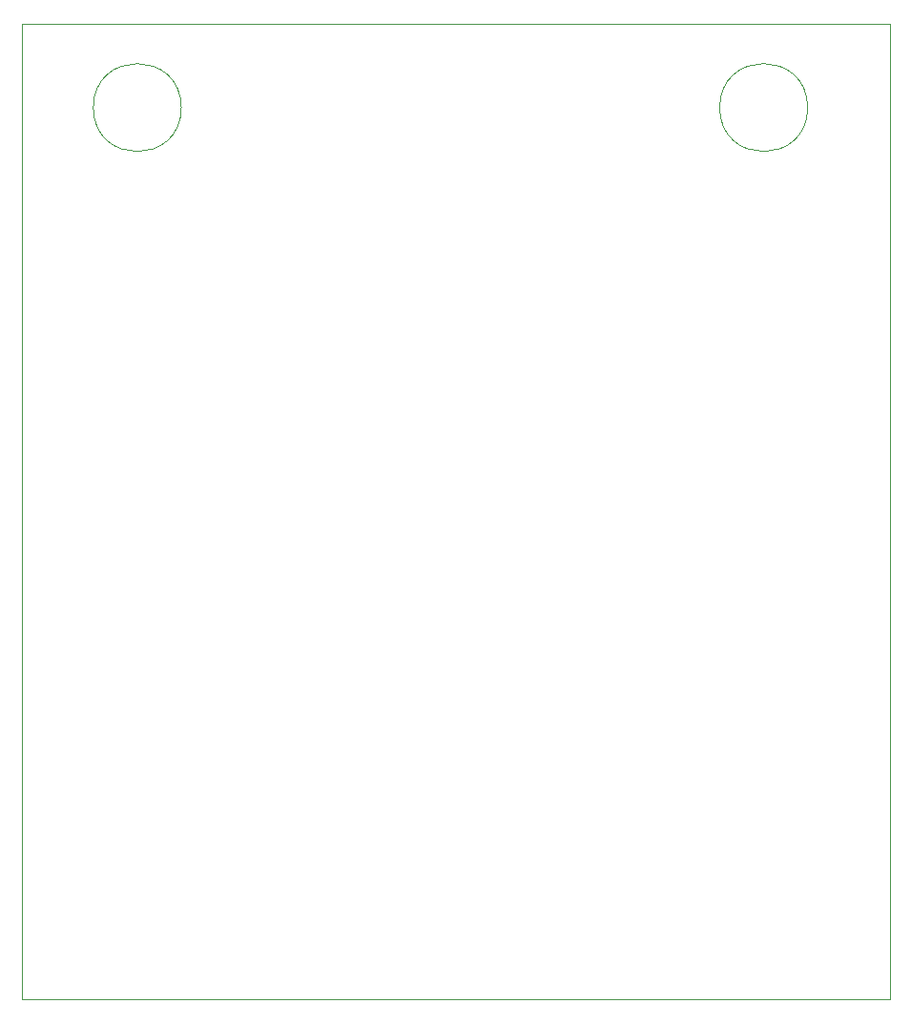
<source format=gbr>
%TF.GenerationSoftware,KiCad,Pcbnew,8.0.6-8.0.6-0~ubuntu22.04.1*%
%TF.CreationDate,2024-12-08T13:20:39-05:00*%
%TF.ProjectId,badge,62616467-652e-46b6-9963-61645f706362,rev?*%
%TF.SameCoordinates,Original*%
%TF.FileFunction,Profile,NP*%
%FSLAX46Y46*%
G04 Gerber Fmt 4.6, Leading zero omitted, Abs format (unit mm)*
G04 Created by KiCad (PCBNEW 8.0.6-8.0.6-0~ubuntu22.04.1) date 2024-12-08 13:20:39*
%MOMM*%
%LPD*%
G01*
G04 APERTURE LIST*
%TA.AperFunction,Profile*%
%ADD10C,0.050000*%
%TD*%
G04 APERTURE END LIST*
D10*
X114766400Y-57613601D02*
X191766400Y-57613601D01*
X191766400Y-144113601D01*
X114766400Y-144113601D01*
X114766400Y-57613601D01*
X184500001Y-65000000D02*
G75*
G02*
X176689751Y-65000000I-3905125J0D01*
G01*
X176689751Y-65000000D02*
G75*
G02*
X184500001Y-65000000I3905125J0D01*
G01*
X128905125Y-65000000D02*
G75*
G02*
X121094875Y-65000000I-3905125J0D01*
G01*
X121094875Y-65000000D02*
G75*
G02*
X128905125Y-65000000I3905125J0D01*
G01*
M02*

</source>
